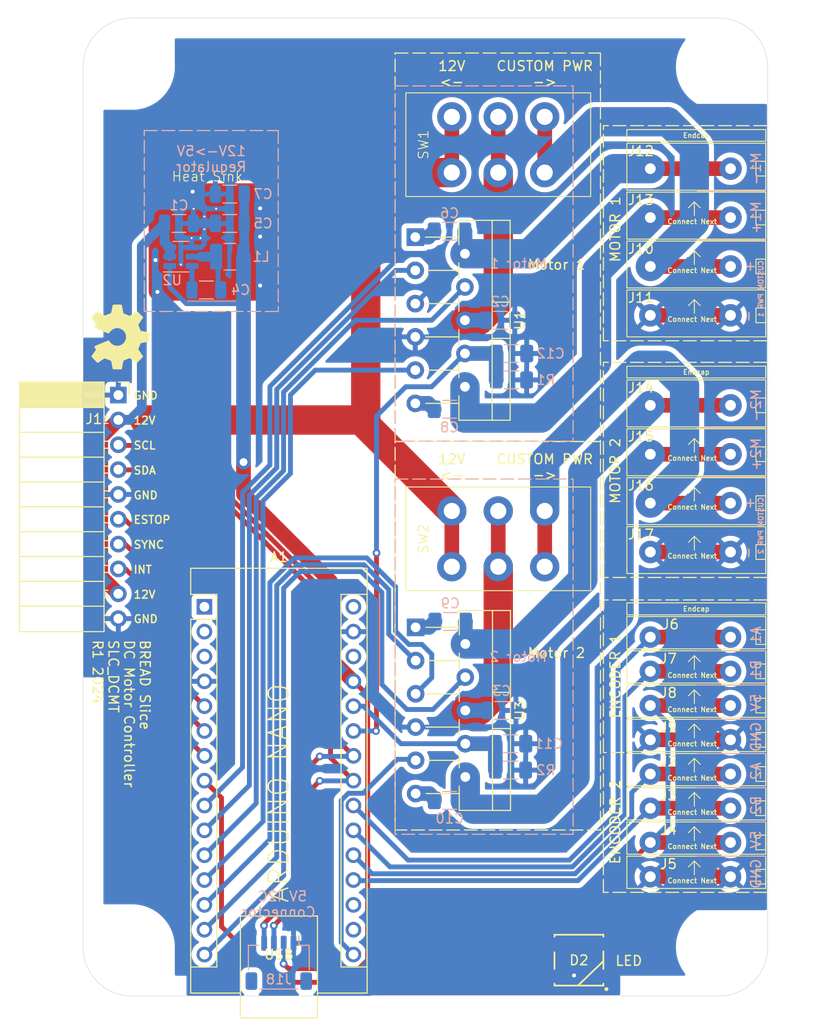
<source format=kicad_pcb>
(kicad_pcb (version 20221018) (generator pcbnew)
  (layers (0 "F.Cu" signal) (31 "B.Cu" signal) (34 "B.Paste" user) (35 "F.Paste" user) (36 "B.SilkS" user "B.Silkscreen") (37 "F.SilkS" user "F.Silkscreen") (38 "B.Mask" user) (39 "F.Mask" user) (44 "Edge.Cuts" user))
  (net 0 "")
  (net 3 "GND")
  (net 5 "+5V")
  (net 6 "/LED")
  (net 7 "/I2C_CLK")
  (net 8 "/I2C_DAT")
  (net 9 "/SYNC")
  (net 11 "/E_STOP")
  (net 14 "+12V")
  (net 15 "/INT")
  (net 16 "unconnected-(A1-VIN-Pad30)")
  (net 17 "Net-(U2-SW)")
  (net 18 "Net-(U2-BST)")
  (net 20 "Net-(SW1-B)")
  (net 21 "Net-(SW2-B)")
  (net 22 "Net-(U1-OUTPUT1)")
  (net 23 "Net-(U1-BOOTSTRAP1)")
  (net 24 "Net-(U1-BOOTSTRAP2)")
  (net 25 "Net-(U1-OUTPUT2)")
  (net 26 "Net-(U3-OUTPUT1)")
  (net 27 "Net-(U3-BOOTSTRAP1)")
  (net 28 "Net-(U3-BOOTSTRAP2)")
  (net 29 "Net-(U3-OUTPUT2)")
  (net 30 "/CSEN2")
  (net 31 "/CSEN1")
  (net 32 "/A2")
  (net 33 "/B2")
  (net 34 "/A1")
  (net 35 "/B1")
  (net 36 "/CUST1")
  (net 37 "/CUST2")
  (net 38 "/DIR1")
  (net 39 "/BR1")
  (net 40 "/MC1")
  (net 41 "/THRM1")
  (net 42 "/DIR2")
  (net 43 "/BR2")
  (net 44 "/MC2")
  (net 45 "/THRM2")
  (footprint "MountingHole:MountingHole_5mm" (layer "F.Cu") (at 127.6 44.8)
    (fp_text reference "H1")
    (fp_text value "MountingHole")
  )
  (footprint "MountingHole:MountingHole_5mm" (layer "F.Cu") (at 187.6 44.8)
    (fp_text reference "H2")
    (fp_text value "MountingHole")
  )
  (footprint "MountingHole:MountingHole_5mm" (layer "F.Cu") (at 127.6 134.8)
    (fp_text reference "H3")
    (fp_text value "MountingHole")
  )
  (footprint "MountingHole:MountingHole_5mm" (layer "F.Cu") (at 187.6 134.8)
    (fp_text reference "H4")
    (fp_text value "MountingHole")
  )
  (footprint "Module:Arduino_Nano" (layer "F.Cu") (at 135 100)
    (fp_text reference "A1")
    (fp_text value "Arduino_Nano_v3.x")
  )
  (footprint "Connector_PinSocket_2.54mm:PinSocket_1x10_P2.54mm_Horizontal" (layer "F.Cu") (at 126.2 78.35)
    (fp_text reference "J1")
    (fp_text value "Conn_01x10_Female")
  )
  (footprint "Symbol:OSHW-Symbol_6.7x6mm_SilkScreen" (layer "F.Cu") (at 126.4 72.4 -90)
    (fp_text reference "Logo1" hide)
    (fp_text value "Logo_Open_Hardware_Small" hide)
  )
  (footprint "Package_TO_SOT_THT:TO-220-11_P3.4x5.08mm_StaggerOdd_Lead4.85mm_Vertical" (layer "F.Cu") (at 156.6 102.1 -90)
    (fp_text reference "U3")
    (fp_text value "LMD18200")
  )
  (footprint "SparkFun-Connector:Term_PressFit_5mm_H_PC" (layer "F.Cu") (at 180.6 60.2)
    (fp_text reference "J13")
    (fp_text value "Term_PressFit_Phoenix_Contact")
  )
  (footprint "Package_TO_SOT_THT:TO-220-11_P3.4x5.08mm_StaggerOdd_Lead4.85mm_Vertical" (layer "F.Cu") (at 156.565 62.2 -90)
    (fp_text reference "U1")
    (fp_text value "LMD18200")
  )
  (footprint "SparkFun-Connector:Term_PressFit_5mm_H_ENDCAP_PC" (layer "F.Cu") (at 180.6 79.4)
    (fp_text reference "J14")
    (fp_text value "Term_PressFit_Phoenix_Contact")
  )
  (footprint "SparkFun-Connector:Term_PressFit_5mm_H_ENDCAP_PC" (layer "F.Cu") (at 180.6 55.2)
    (fp_text reference "J12")
    (fp_text value "Term_PressFit_Phoenix_Contact")
  )
  (footprint "SparkFun-Connector:Term_PressFit_3.5mm_H_PC" (layer "F.Cu") (at 180.6 110.1)
    (fp_text reference "J8")
    (fp_text value "Term_PressFit_Phoenix_Contact")
  )
  (footprint "SparkFun-Connector:Term_PressFit_3.5mm_H_PC" (layer "F.Cu") (at 180.6 124.1)
    (fp_text reference "J4")
    (fp_text value "Term_PressFit_Phoenix_Contact")
  )
  (footprint "SparkFun-Connector:Term_PressFit_3.5mm_H_PC" (layer "F.Cu") (at 180.6 120.6)
    (fp_text reference "J3")
    (fp_text value "Term_PressFit_Phoenix_Contact")
  )
  (footprint "SparkFun-Switch:L102011MS02Q" (layer "F.Cu") (at 160.3 95.9 90)
    (fp_text reference "SW2")
    (fp_text value "SW_SPDT")
  )
  (footprint "SparkFun-Connector:Term_PressFit_3.5mm_H_PC" (layer "F.Cu") (at 180.6 117.1)
    (fp_text reference "J2")
    (fp_text value "Term_PressFit_Phoenix_Contact")
  )
  (footprint "SparkFun-Connector:Term_PressFit_5mm_H_PC" (layer "F.Cu") (at 180.6 70.2)
    (fp_text reference "J11")
    (fp_text value "Term_PressFit_Phoenix_Contact")
  )
  (footprint "SparkFun-LED:WS2812-5050-4PIN" (layer "F.Cu") (at 173.3 136.132769)
    (fp_text reference "D2")
    (fp_text value "WS2812B_5050")
  )
  (footprint "SparkFun-Connector:Term_PressFit_3.5mm_H_ENDCAP_PC" (layer "F.Cu") (at 180.6 103.1)
    (fp_text reference "J6")
    (fp_text value "Term_PressFit_Phoenix_Contact")
  )
  (footprint "SparkFun-Connector:Term_PressFit_5mm_H_PC" (layer "F.Cu") (at 180.6 94.4)
    (fp_text reference "J17")
    (fp_text value "Term_PressFit_Phoenix_Contact")
  )
  (footprint "SparkFun-Connector:Term_PressFit_5mm_H_PC" (layer "F.Cu") (at 180.6 84.4)
    (fp_text reference "J15")
    (fp_text value "Term_PressFit_Phoenix_Contact")
  )
  (footprint "SparkFun-Connector:Term_PressFit_5mm_H_PC" (layer "F.Cu") (at 180.6 65.2)
    (fp_text reference "J10")
    (fp_text value "Term_PressFit_Phoenix_Contact")
  )
  (footprint "SparkFun-Fuse:Thermal Pad" (layer "F.Cu") (at 135.3 62.7)
    (fp_text reference "HS1")
    (fp_text value "Heatsink_Pad")
  )
  (footprint "SparkFun-Connector:Term_PressFit_5mm_H_PC" (layer "F.Cu") (at 180.6 89.4)
    (fp_text reference "J16")
    (fp_text value "Term_PressFit_Phoenix_Contact")
  )
  (footprint "SparkFun-Connector:Term_PressFit_3.5mm_H_PC" (layer "F.Cu") (at 180.6 113.6)
    (fp_text reference "J9")
    (fp_text value "Term_PressFit_Phoenix_Contact")
  )
  (footprint "SparkFun-Connector:Term_PressFit_3.5mm_H_PC" (layer "F.Cu") (at 180.6 106.6)
    (fp_text reference "J7")
    (fp_text value "Term_PressFit_Phoenix_Contact")
  )
  (footprint "SparkFun-Connector:Term_PressFit_3.5mm_H_PC" (layer "F.Cu") (at 180.6 127.6)
    (fp_text reference "J5")
    (fp_text value "Term_PressFit_Phoenix_Contact")
  )
  (footprint "SparkFun-Switch:L102011MS02Q" (layer "F.Cu") (at 160.3 55.6 90)
    (fp_text reference "SW1")
    (fp_text value "SW_SPDT")
  )
  (footprint "Capacitor_SMD:C_1206_3216Metric_Pad1.33x1.80mm_HandSolder" (layer "B.Cu") (at 160.065 61.6 180)
    (fp_text reference "C6")
    (fp_text value "10 nF")
  )
  (footprint "Capacitor_SMD:C_1206_3216Metric" (layer "B.Cu") (at 137.6 60.8)
    (fp_text reference "C5")
    (fp_text value "22uF")
  )
  (footprint "Package_TO_SOT_SMD:TSOT-23-6" (layer "B.Cu") (at 132.6 64.2)
    (fp_text reference "U2")
    (fp_text value "AP63205WU-7")
  )
  (footprint "Capacitor_SMD:C_1206_3216Metric" (layer "B.Cu") (at 137.6 57.8)
    (fp_text reference "C7")
    (fp_text value "22uF")
  )
  (footprint "Connector_JST:JST_SH_SM04B-SRSS-TB_1x04-1MP_P1.00mm_Horizontal" (layer "B.Cu") (at 142.61 136.4 180)
    (fp_text reference "J18")
    (fp_text value "I2C_01x04")
  )
  (footprint "Resistor_SMD:R_1206_3216Metric_Pad1.30x1.75mm_HandSolder" (layer "B.Cu") (at 166.4 76.8)
    (fp_text reference "R1")
    (fp_text value "4.42 k")
  )
  (footprint "Capacitor_SMD:C_1206_3216Metric_Pad1.33x1.80mm_HandSolder" (layer "B.Cu") (at 160.1425 101.5 180)
    (fp_text reference "C9")
    (fp_text value "10 nF")
  )
  (footprint "Inductor_SMD:L_1210_3225Metric" (layer "B.Cu") (at 137.6 64.2)
    (fp_text reference "L1")
    (fp_text value "4.7uH")
  )
  (footprint "Capacitor_SMD:C_1206_3216Metric" (layer "B.Cu") (at 132.4 60.8 180)
    (fp_text reference "C1")
    (fp_text value "22uF")
  )
  (footprint "Resistor_SMD:R_1206_3216Metric_Pad1.30x1.75mm_HandSolder" (layer "B.Cu") (at 166.3 116.7)
    (fp_text reference "R2")
    (fp_text value "4.42 k")
  )
  (footprint "Capacitor_SMD:C_1206_3216Metric_Pad1.33x1.80mm_HandSolder" (layer "B.Cu") (at 160.08 119.8)
    (fp_text reference "C10")
    (fp_text value "10 nF")
  )
  (footprint "Capacitor_SMD:C_1206_3216Metric" (layer "B.Cu") (at 165.38 110.6)
    (fp_text reference "C3")
    (fp_text value "10uF_t")
  )
  (footprint "Capacitor_SMD:C_1206_3216Metric_Pad1.33x1.80mm_HandSolder" (layer "B.Cu") (at 166.3 114)
    (fp_text reference "C11")
    (fp_text value "10 nF")
  )
  (footprint "Capacitor_SMD:C_1206_3216Metric" (layer "B.Cu") (at 165.265 70.7)
    (fp_text reference "C2")
    (fp_text value "10uF_t")
  )
  (footprint "Capacitor_SMD:C_1206_3216Metric" (layer "B.Cu") (at 135.2 67.6 180)
    (fp_text reference "C4")
    (fp_text value "100nF")
  )
  (footprint "Capacitor_SMD:C_1206_3216Metric_Pad1.33x1.80mm_HandSolder" (layer "B.Cu") (at 160.065 79.8)
    (fp_text reference "C8")
    (fp_text value "10 nF")
  )
  (footprint "Capacitor_SMD:C_1206_3216Metric_Pad1.33x1.80mm_HandSolder" (layer "B.Cu") (at 166.4 74.1)
    (fp_text reference "C12")
    (fp_text value "10 nF")
  )
  (gr_rect (start 154.5 86.93555) (end 172.7 123.26095) (stroke (width 0.12) (type dash)) (fill none) (layer "B.SilkS"))
  (gr_rect (start 154.5 46.73555) (end 172.7 83.06095) (stroke (width 0.12) (type dash)) (fill none) (layer "B.SilkS"))
  (gr_rect (start 128.85 51.3) (end 142.55 69.8) (stroke (width 0.12) (type dash)) (fill none) (layer "B.SilkS"))
  (gr_line (start 175.8 129.2) (end 175.8 99.3) (stroke (width 0.12) (type dash)) (layer "F.SilkS"))
  (gr_line (start 192.5 99.3) (end 175.8 99.3) (stroke (width 0.12) (type dash)) (layer "F.SilkS"))
  (gr_line (start 192.5 75) (end 175.8 75) (stroke (width 0.12) (type dash)) (layer "F.SilkS"))
  (gr_line (start 177.9 114.9) (end 175.8 114.9) (stroke (width 0.12) (type dash)) (layer "F.SilkS"))
  (gr_line (start 175.8 72.8) (end 175.8 50.8) (stroke (width 0.12) (type dash)) (layer "F.SilkS"))
  (gr_rect (start 154.5 83.1) (end 175.5 122.8254) (stroke (width 0.12) (type dash)) (fill none) (layer "F.SilkS"))
  (gr_line (start 192.5 50.8) (end 175.8 50.8) (stroke (width 0.12) (type dash)) (layer "F.SilkS"))
  (gr_rect (start 154.5 43.3746) (end 175.5 83.1) (stroke (width 0.12) (type dash)) (fill none) (layer "F.SilkS"))
  (gr_line (start 175.8 97) (end 175.8 75) (stroke (width 0.12) (type dash)) (layer "F.SilkS"))
  (gr_line (start 192.5 97) (end 175.8 97) (stroke (width 0.12) (type dash)) (layer "F.SilkS"))
  (gr_line (start 192.5 129.2) (end 175.8 129.2) (stroke (width 0.12) (type dash)) (layer "F.SilkS"))
  (gr_line (start 192.5 72.8) (end 175.8 72.8) (stroke (width 0.12) (type dash)) (layer "F.SilkS"))
  (gr_line (start 192.6 44.8) (end 192.6 94.8) (stroke (width 0.05)) (layer "Edge.Cuts"))
  (gr_arc (start 192.6 134.8) (mid 191.135534 138.335534) (end 187.6 139.8) (stroke (width 0.05)) (layer "Edge.Cuts"))
  (gr_arc (start 122.6 44.8) (mid 124.064466 41.264466) (end 127.6 39.8) (stroke (width 0.05)) (layer "Edge.Cuts"))
  (gr_line (start 192.6 94.8) (end 192.6 134.8) (stroke (width 0.05)) (layer "Edge.Cuts"))
  (gr_line (start 122.6 134.8) (end 122.6 44.8) (stroke (width 0.05)) (layer "Edge.Cuts"))
  (gr_line (start 127.6 39.8) (end 152.6 39.8) (stroke (width 0.05)) (layer "Edge.Cuts"))
  (gr_arc (start 127.6 139.8) (mid 124.064466 138.335534) (end 122.6 134.8) (stroke (width 0.05)) (layer "Edge.Cuts"))
  (gr_line (start 152.6 139.8) (end 187.6 139.8) (stroke (width 0.05)) (layer "Edge.Cuts"))
  (gr_line (start 127.6 139.8) (end 152.6 139.8) (stroke (width 0.05)) (layer "Edge.Cuts"))
  (gr_line (start 152.6 39.8) (end 187.6 39.8) (stroke (width 0.05)) (layer "Edge.Cuts"))
  (gr_arc (start 187.6 39.8) (mid 191.135534 41.264466) (end 192.6 44.8) (stroke (width 0.05)) (layer "Edge.Cuts"))
  (gr_text "CUSTOM PWR 1" (at 191.9 67.5 90) (layer "B.SilkS") (effects (font (size 0.5 0.5) (thickness 0.125)) (justify mirror)))
  (gr_text "A2" (at 191.4 116.8 90) (layer "B.SilkS") (effects (font (size 1 1)) (justify mirror)))
  (gr_text "-" (at 190.757 94.5 -90) (layer "B.SilkS") (effects (font (size 1 1)) (justify mirror)))
  (gr_text "B2" (at 191.4 120.3 90) (layer "B.SilkS") (effects (font (size 1 1)) (justify mirror)))
  (gr_text "A1" (at 191.4 102.9 90) (layer "B.SilkS") (effects (font (size 1 1)) (justify mirror)))
  (gr_text "-" (at 190.757 70.3 -90) (layer "B.SilkS") (effects (font (size 1 1)) (justify mirror)))
  (gr_text "5V" (at 191.4 109.8 90) (layer "B.SilkS") (effects (font (size 1 1)) (justify mirror)))
  (gr_text "+" (at 190.756999 65.2 90) (layer "B.SilkS") (effects (font (size 1 1)) (justify mirror)))
  (gr_text "5V" (at 191.4 123.8 90) (layer "B.SilkS") (effects (font (size 1 1)) (justify mirror)))
  (gr_text "12V->5V\nRegulator" (at 135.7 55.6) (layer "B.SilkS") (effects (font (size 1 1)) (justify bottom mirror)))
  (gr_text "Motor 1" (at 167.1 65.5) (layer "B.SilkS") (effects (font (size 1 1)) (justify bottom mirror)))
  (gr_text "GND" (at 191.4 127.3 90) (layer "B.SilkS") (effects (font (size 1 1)) (justify mirror)))
  (gr_text "GND" (at 191.4 113.3 90) (layer "B.SilkS") (effects (font (size 1 1)) (justify mirror)))
  (gr_text "M2-" (at 191.4 79.4 90) (layer "B.SilkS") (effects (font (size 1 1)) (justify mirror)))
  (gr_text "5V I2C \nConnector" (at 142.6 131.8) (layer "B.SilkS") (effects (font (size 1 1)) (justify bottom mirror)))
  (gr_text "M1-" (at 191.4 55.2 90) (layer "B.SilkS") (effects (font (size 1 1)) (justify mirror)))
  (gr_text "B1" (at 191.4 106.4 90) (layer "B.SilkS") (effects (font (size 1 1)) (justify mirror)))
  (gr_text "Motor 2" (at 167.1 105.7) (layer "B.SilkS") (effects (font (size 1 1)) (justify bottom mirror)))
  (gr_text "+" (at 190.756999 89.4 90) (layer "B.SilkS") (effects (font (size 1 1)) (justify mirror)))
  (gr_text "M2+" (at 191.4 84.4 90) (layer "B.SilkS") (effects (font (size 1 1)) (justify mirror)))
  (gr_text "M1+" (at 191.4 60.2 90) (layer "B.SilkS") (effects (font (size 1 1)) (justify mirror)))
  (gr_text "CUSTOM PWR 2" (at 191.9 91.7 90) (layer "B.SilkS") (effects (font (size 0.5 0.5) (thickness 0.125)) (justify mirror)))
  (gr_text "Motor 1" (at 171 65.6) (layer "F.SilkS") (effects (font (size 1 1)) (justify bottom)))
  (gr_text "GND" (at 129 88.6) (layer "F.SilkS") (effects (font (size 0.8 0.8))))
  (gr_text "ENCODER 2" (at 177.6 122 90) (layer "F.SilkS") (effects (font (size 1 1)) (justify bottom)))
  (gr_text "CUSTOM PWR\n->" (at 169.8 46.9) (layer "F.SilkS") (effects (font (size 1 1)) (justify bottom)))
  (gr_text "MOTOR 1" (at 177.6 61.4 90) (layer "F.SilkS") (effects (font (size 1 1)) (justify bottom)))
  (gr_text "12V" (at 128.885715 98.75) (layer "F.SilkS") (effects (font (size 0.8 0.8))))
  (gr_text "SYNC" (at 129.32381 93.65) (layer "F.SilkS") (effects (font (size 0.8 0.8))))
  (gr_text "GND" (at 129 101.25) (layer "F.SilkS") (effects (font (size 0.8 0.8))))
  (gr_text "BREAD Slice\nDC Motor Controller\nSLC_DCMT\nR1 2024" (at 126.5 103.3 270) (layer "F.SilkS") (effects (font (size 1 1)) (justify left)))
  (gr_text "12V\n<-" (at 160.3 87.1) (layer "F.SilkS") (effects (font (size 1 1)) (justify bottom)))
  (gr_text "GND" (at 129 78.4) (layer "F.SilkS") (effects (font (size 0.8 0.8))))
  (gr_text "Motor 2" (at 171 105.30175) (layer "F.SilkS") (effects (font (size 1 1)) (justify bottom)))
  (gr_text "ESTOP" (at 129.647619 91.1) (layer "F.SilkS") (effects (font (size 0.8 0.8))))
  (gr_text "INT" (at 128.695238 96.2) (layer "F.SilkS") (effects (font (size 0.8 0.8))))
  (gr_text "SDA" (at 128.904762 86.05) (layer "F.SilkS") (effects (font (size 0.8 0.8))))
  (gr_text "SCL" (at 128.885715 83.5) (layer "F.SilkS") (effects (font (size 0.8 0.8))))
  (gr_text "12V\n<-" (at 160.3 46.9) (layer "F.SilkS") (effects (font (size 1 1)) (justify bottom)))
  (gr_text locked "ARDUINO NANO" (at 142.61 119.05 90) (layer "F.SilkS") (effects (font (size 2 2))))
  (gr_text "CUSTOM PWR\n->" (at 169.8 87.1) (layer "F.SilkS") (effects (font (size 1 1)) (justify bottom)))
  (gr_text "MOTOR 2" (at 177.6 86.1 90) (layer "F.SilkS") (effects (font (size 1 1)) (justify bottom)))
  (gr_text "12V" (at 128.885715 80.95) (layer "F.SilkS") (effects (font (size 0.8 0.8))))
  (gr_text "ENCODER 1" (at 177.6 107.1 90) (layer "F.SilkS") (effects (font (size 1 1)) (justify bottom)))
  (gr_text locked "LED" (at 178.4 136.2) (layer "F.SilkS") (effects (font (size 1 1))))
  (segment (start 188.8 113.6) (end 180.6 113.6) (width 1.5) (layer "F.Cu") (net 3))
  (segment (start 188.8 94.4) (end 180.6 94.4) (width 1.5) (layer "F.Cu") (net 3))
  (segment (start 188.8 70.2) (end 180.6 70.2) (width 1.5) (layer "F.Cu") (net 3))
  (segment (start 172.8 137.7) (end 172.832769 137.732769) (width 0.5) (layer "F.Cu") (net 3))
  (segment (start 180.6 127.6) (end 188.8 127.6) (width 1.5) (layer "F.Cu") (net 3))
  (segment (start 172.832769 137.732769) (end 175.877 137.732769) (width 0.5) (layer "F.Cu") (net 3))
  (via (at 133.8 57.55) (size 0.8) (drill 0.4) (layers "F.Cu" "B.Cu") (net 3))
  (via (at 140.7 62.15) (size 0.8) (drill 0.4) (layers "F.Cu" "B.Cu") (net 3))
  (via (at 134.6 62.3) (size 0.5) (drill 0.2) (layers "F.Cu" "B.Cu") (net 3))
  (via (at 140.7 59.25) (size 0.8) (drill 0.4) (layers "F.Cu" "B.Cu") (net 3))
  (via (at 130.2 67.8) (size 0.8) (drill 0.4) (layers "F.Cu" "B.Cu") (net 3))
  (via (at 135 60.1) (size 0.5) (drill 0.2) (layers "F.Cu" "B.Cu") (net 3))
  (via (at 172.8 137.7) (size 0.8) (drill 0.4) (layers "F.Cu" "B.Cu") (net 3))
  (via (at 133.7 62.3) (size 0.5) (drill 0.2) (layers "F.Cu" "B.Cu") (net 3))
  (via (at 136.2 59.3) (size 0.5) (drill 0.2) (layers "F.Cu" "B.Cu") (net 3))
  (via (at 132.6 65) (size 0.5) (drill 0.2) (layers "F.Cu" "B.Cu") (net 3))
  (via (at 140.7 67.15) (size 0.8) (drill 0.4) (layers "F.Cu" "B.Cu") (net 3))
  (via (at 130 64.55) (size 0.8) (drill 0.4) (layers "F.Cu" "B.Cu") (net 3))
  (via (at 135 61.4) (size 0.5) (drill 0.2) (layers "F.Cu" "B.Cu") (net 3))
  (via (at 133.9 59.3) (size 0.5) (drill 0.2) (layers "F.Cu" "B.Cu") (net 3))
  (segment (start 136.125 60.8) (end 133.875 60.8) (width 1) (layer "B.Cu") (net 3))
  (segment (start 133.7 63.2125) (end 133.7375 63.25) (width 0.5) (layer "B.Cu") (net 3))
  (segment (start 132.6 63.3) (end 132.6 65) (width 0.5) (layer "B.Cu") (net 3))
  (segment (start 136.2 59.3) (end 135.3 59.3) (width 0.5) (layer "B.Cu") (net 3))
  (segment (start 132.6 62.6) (end 132.6 63.3) (width 0.5) (layer "B.Cu") (net 3))
  (segment (start 135 61.9) (end 134.6 62.3) (width 0.5) (layer "B.Cu") (net 3))
  (segment (start 135 60.1) (end 135 61.4) (width 0.5) (layer "B.Cu") (net 3))
  (segment (start 133.7375 63.25) (end 132.65 63.25) (width 0.5) (layer "B.Cu") (net 3))
  (segment (start 134.6 62.3) (end 133.7 62.3) (width 0.5) (layer "B.Cu") (net 3))
  (segment (start 132.9 62.3) (end 132.6 62.6) (width 0.5) (layer "B.Cu") (net 3))
  (segment (start 133.7 62.3) (end 133.7 63.2125) (width 0.5) (layer "B.Cu") (net 3))
  (segment (start 135 61.4) (end 135 61.9) (width 0.5) (layer "B.Cu") (net 3))
  (segment (start 132.65 63.25) (end 132.6 63.3) (width 0.5) (layer "B.Cu") (net 3))
  (segment (start 135.3 59.3) (end 136.8 59.3) (width 0.5) (layer "B.Cu") (net 3))
  (segment (start 136.8 59.3) (end 137.1 59.3) (width 0.5) (layer "B.Cu") (net 3))
  (segment (start 135 62.9) (end 135 61.4) (width 0.5) (layer "B.Cu") (net 3))
  (segment (start 133.7375 63.25) (end 134.65 63.25) (width 0.5) (layer "B.Cu") (net 3))
  (segment (start 134.65 63.25) (end 135 62.9) (width 0.5) (layer "B.Cu") (net 3))
  (segment (start 133.7 62.3) (end 132.9 62.3) (width 0.5) (layer "B.Cu") (net 3))
  (segment (start 150.22 107.62) (end 150.24 107.62) (width 1.5) (layer "F.Cu") (net 5))
  (segment (start 143.6 137) (end 150.8 137) (width 0.5) (layer "F.Cu") (net 5))
  (segment (start 139 88.5) (end 147.9 97.4) (width 1.5) (layer "F.Cu") (net 5))
  (segment (start 180.6 124.1) (end 188.8 124.1) (width 1.5) (layer "F.Cu") (net 5))
  (segment (start 151.7 136.1) (end 151.7 130.5) (width 0.5) (layer "F.Cu") (net 5))
  (segment (start 147.9 105.3) (end 150.22 107.62) (width 1.5) (layer "F.Cu") (net 5))
  (segment (start 150.27 107.62) (end 151.7 109.05) (width 0.5) (layer "F.Cu") (net 5))
  (segment (start 139 85.2) (end 139 88.5) (width 1.5) (layer "F.Cu") (net 5))
  (segment (start 180.6 110.1) (end 188.8 110.1) (width 1.5) (layer "F.Cu") (net 5))
  (segment (start 170.723 133.977) (end 170.723 134.532769) (width 0.5) (layer "F.Cu") (net 5))
  (segment (start 147.9 97.4) (end 147.9 105.3) (width 1.5) (layer "F.Cu") (net 5))
  (segment (start 151.7 130.5) (end 151.7 131.9) (width 0.5) (layer "F.Cu") (net 5))
  (segment (start 154.332769 134.532769) (end 170.723 134.532769) (width 0.5) (layer "F.Cu") (net 5))
  (segment (start 150.8 137) (end 151.7 136.1) (width 0.5) (layer "F.Cu") (net 5))
  (segment (start 150.24 107.62) (end 150.27 107.62) (width 0.5) (layer "F.Cu") (net 5))
  (segment (start 151.7 109.05) (end 151.7 130.5) (width 0.5) (layer "F.Cu") (net 5))
  (segment (start 180.6 124.1) (end 170.723 133.977) (width 0.5) (layer "F.Cu") (net 5))
  (segment (start 143.1 136.5) (end 143.6 137) (width 0.5) (layer "F.Cu") (net 5))
  (segment (start 151.7 131.9) (end 154.332769 134.532769) (width 0.5) (layer "F.Cu") (net 5))
  (via (at 139 85.2) (size 1.5) (drill 0.8) (layers "F.Cu" "B.Cu") (net 5))
  (via (at 143.1 136.5) (size 0.8) (drill 0.4) (layers "F.Cu" "B.Cu") (net 5))
  (segment (start 143.1 134.41) (end 143.11 134.4) (width 0.5) (layer "B.Cu") (net 5))
  (segment (start 180.6 110.1) (end 182.4 111.9) (width 0.5) (layer "B.Cu") (net 5))
  (segment (start 139 69) (end 139 64.2) (width 1.5) (layer "B.Cu") (net 5))
  (segment (start 131.4625 67.309378) (end 133.153122 69) (width 0.5) (layer "B.Cu") (net 5))
  (segment (start 133.153122 69) (end 139 69) (width 0.5) (layer "B.Cu") (net 5))
  (segment (start 139 85.2) (end 139 69) (width 1.5) (layer "B.Cu") (net 5))
  (segment (start 182.4 122.3) (end 180.6 124.1) (width 0.5) (layer "B.Cu") (net 5))
  (segment (start 139.075 64.125) (end 139 64.2) (width 1) (layer "B.Cu") (net 5))
  (segment (start 139.075 57.8) (end 139.075 64.125) (width 1) (layer "B.Cu") (net 5))
  (segment (start 143.1 136.5) (end 143.1 134.41) (width 0.5) (layer "B.Cu") (net 5))
  (segment (start 150.42 107.8) (end 150.24 107.62) (width 0.5) (layer "B.Cu") (net 5))
  (segment (start 131.4625 65.15) (end 131.4625 67.309378) (width 0.5) (layer "B.Cu") (net 5))
  (segment (start 182.4 111.9) (end 182.4 122.3) (width 0.5) (layer "B.Cu") (net 5))
  (segment (start 136.75 119.53) (end 136.75 132.7) (width 0.5) (layer "F.Cu") (net 6))
  (segment (start 167.8575 138.4) (end 170.0575 136.2) (width 0.5) (layer "F.Cu") (net 6))
  (segment (start 135 117.78) (end 136.75 119.53) (width 0.5) (layer "F.Cu") (net 6))
  (segment (start 174.209769 136.2) (end 175.877 134.532769) (width 0.5) (layer "F.Cu") (net 6))
  (segment (start 170.0575 136.2) (end 174.209769 136.2) (width 0.5) (layer "F.Cu") (net 6))
  (segment (start 142.45 138.4) (end 167.8575 138.4) (width 0.5) (layer "F.Cu") (net 6))
  (segment (start 136.75 132.7) (end 142.45 138.4) (width 0.5) (layer "F.Cu") (net 6))
  (segment (start 148.6 107.697056) (end 146.7 105.797056) (width 0.5) (layer "F.Cu") (net 7))
  (segment (start 141.1 132.397918) (end 144.1 129.397918) (width 0.5) (layer "F.Cu") (net 7))
  (segment (start 144.1 118) (end 146.8 115.3) (width 0.5) (layer "F.Cu") (net 7))
  (segment (start 126.27 83.5) (end 126.2 83.43) (width 0.5) (layer "F.Cu") (net 7))
  (segment (start 148.6 113.6) (end 148.6 107.697056) (width 0.5) (layer "F.Cu") (net 7))
  (segment (start 146.7 97.9) (end 132.3 83.5) (width 0.5) (layer "F.Cu") (net 7))
  (segment (start 150.24 115.24) (end 148.6 113.6) (width 0.5) (layer "F.Cu") (net 7))
  (segment (start 132.3 83.5) (end 126.27 83.5) (width 0.5) (layer "F.Cu") (net 7))
  (segment (start 141.1 132.6) (end 141.1 132.397918) (width 0.5) (layer "F.Cu") (net 7))
  (segment (start 146.7 105.797056) (end 146.7 97.9) (width 0.5) (layer "F.Cu") (net 7))
  (segment (start 144.1 129.397918) (end 144.1 118) (width 0.5) (layer "F.Cu") (net 7))
  (via (at 146.8 115.3) (size 0.8) (drill 0.4) (layers "F.Cu" "B.Cu") (net 7))
  (via (at 141.1 132.6) (size 0.8) (drill 0.4) (layers "F.Cu" "B.Cu") (net 7))
  (segment (start 141.11 132.61) (end 141.1 132.6) (width 0.5) (layer "B.Cu") (net 7))
  (segment (start 150.18 115.3) (end 150.24 115.24) (width 0.5) (layer "B.Cu") (net 7))
  (segment (start 146.8 115.3) (end 150.18 115.3) (width 0.5) (layer "B.Cu") (net 7))
  (segment (start 141.11 134.4) (end 141.11 132.61) (width 0.5) (layer "B.Cu") (net 7))
  (segment (start 146 106.087005) (end 146 98.18995) (width 0.5) (layer "F.Cu") (net 8))
  (segment (start 146 98.18995) (end 133.81005 86) (width 0.5) (layer "F.Cu") (net 8))
  (segment (start 150.24 117.78) (end 147.9 115.44) (width 0.5) (layer "F.Cu") (net 8))
  (segment (start 147.9 107.987006) (end 146 106.087005) (width 0.5) (layer "F.Cu") (net 8))
  (segment (start 142.1 132.6) (end 144.8 129.9) (width 0.5) (layer "F.Cu") (net 8))
  (segment (start 147.9 115.44) (end 147.9 107.987006) (width 0.5) (layer "F.Cu") (net 8))
  (segment (start 126.23 86) (end 126.2 85.97) (width 0.5) (layer "F.Cu") (net 8))
  (segment (start 144.8 129.9) (end 144.8 119.8) (width 0.5) (layer "F.Cu") (net 8))
  (segment (start 133.81005 86) (end 126.23 86) (width 0.5) (layer "F.Cu") (net 8))
  (segment (start 144.8 119.8) (end 146.8 117.8) (width 0.5) (layer "F.Cu") (net 8))
  (via (at 142.1 132.6) (size 0.8) (drill 0.4) (layers "F.Cu" "B.Cu") (net 8))
  (via (at 146.8 117.8) (size 0.8) (drill 0.4) (layers "F.Cu" "B.Cu") (net 8))
  (segment (start 146.8 117.8) (end 150.22 117.8) (width 0.5) (layer "B.Cu") (net 8))
  (segment (start 142.11 134.4) (end 142.11 132.61) (width 0.5) (layer "B.Cu") (net 8))
  (segment (start 150.22 117.8) (end 150.24 117.78) (width 0.5) (layer "B.Cu") (net 8))
  (segment (start 142.11 132.61) (end 142.1 132.6) (width 0.5) (layer "B.Cu") (net 8))
  (segment (start 128.4 97.6) (end 128.4 108.64) (width 0.5) (layer "F.Cu") (net 9))
  (segment (start 128.4 108.64) (end 135 115.24) (width 0.5) (layer "F.Cu") (net 9))
  (segment (start 126.93 96.13) (end 128.4 97.6) (width 0.5) (layer "F.Cu") (net 9))
  (segment (start 126.2 96.13) (end 126.93 96.13) (width 0.5) (layer "F.Cu") (net 9))
  (segment (start 129.8 94) (end 129.8 104.96) (width 0.5) (layer "F.Cu") (net 11))
  (segment (start 129.8 104.96) (end 135 110.16) (width 0.5) (layer "F.Cu") (net 11))
  (segment (start 126.85 91.05) (end 129.8 94) (width 0.5) (layer "F.Cu") (net 11))
  (segment (start 126.2 91.05) (end 126.85 91.05) (width 0.5) (layer "F.Cu") (net 11))
  (segment (start 126.2 80.89) (end 128.89 80.89) (width 1) (layer "F.Cu") (net 14))
  (segment (start 153.5 83.4) (end 151.5 81.4) (width 3) (layer "F.Cu") (net 14))
  (segment (start 151.5 81.4) (end 151.5 60.9) (width 3) (layer "F.Cu") (net 14))
  (segment (start 151 80.9) (end 128.9 80.9) (width 3) (layer "F.Cu") (net 14))
  (segment (start 160.3 49.9) (end 160.3 55.6) (width 1.5) (layer "F.Cu") (net 14))
  (segment (start 160.3 90.2) (end 151 80.9) (width 3) (layer "F.Cu") (net 14))
  (segment (start 124.4 82.684415) (end 126.194415 80.89) (width 1.5) (layer "F.Cu") (net 14))
  (segment (start 151.5 60.9) (end 156.8 55.6) (width 3) (layer "F.Cu") (net 14))
  (segment (start 125.46 97.93) (end 125.454415 97.93) (width 1.5) (layer "F.Cu") (net 14))
  (segment (start 125.454415 97.93) (end 124.4 96.875585) (width 1.5) (layer "F.Cu") (net 14))
  (segment (start 156.8 55.6) (end 160.3 55.6) (width 3) (layer "F.Cu") (net 14))
  (segment (start 126.2 98.67) (end 125.46 97.93) (width 1.5) (layer "F.Cu") (net 14))
  (segment (start 128.89 80.89) (end 128.9 80.9) (width 1) (layer "F.Cu") (net 14))
  (segment (start 124.4 96.875585) (end 124.4 82.684415) (width 1.5) (layer "F.Cu") (net 14))
  (segment (start 160.3 90.2) (end 160.3 95.9) (width 1.5) (layer "F.Cu") (net 14))
  (segment (start 126.2 80.89) (end 127.402081 80.89) (width 1) (layer "B.Cu") (net 14))
  (segment (start 131.4625 63.25) (end 131.4625 64.15) (width 1) (layer "B.Cu") (net 14))
  (segment (start 130.925 62.7125) (end 131.4625 63.25) (width 1) (layer "B.Cu") (net 14))
  (segment (start 128.6 79.692081) (end 128.6 63.125) (width 1) (layer "B.Cu") (net 14))
  (segment (start 130.925 60.8) (end 130.925 62.7125) (width 1) (layer "B.Cu") (net 14))
  (segment (start 127.402081 80.89) (end 128.6 79.692081) (width 1) (layer "B.Cu") (net 14))
  (segment (start 126.2 80.89) (end 126.194415 80.895585) (width 1.5) (layer "B.Cu") (net 14))
  (segment (start 128.6 63.125) (end 130.925 60.8) (width 1) (layer "B.Cu") (net 14))
  (segment (start 129.1 95.8) (end 129.1 106.8) (width 0.5) (layer "F.Cu") (net 15))
  (segment (start 126.89 93.59) (end 129.1 95.8) (width 0.5) (layer "F.Cu") (net 15))
  (segment (start 126.2 93.59) (end 126.89 93.59) (width 0.5) (layer "F.Cu") (net 15))
  (segment (start 129.1 106.8) (end 135 112.7) (width 0.5) (layer "F.Cu") (net 15))
  (segment (start 150.257 100.017) (end 150.24 100) (width 1.5) (layer "B.Cu") (net 16))
  (segment (start 136.4 67.325) (end 136.4 64.4) (width 0.5) (layer "B.Cu") (net 17))
  (segment (start 136.4 64.4) (end 136.2 64.2) (width 0.5) (layer "B.Cu") (net 17))
  (segment (start 136.2 64.2) (end 134.656238 64.2) (width 1) (layer "B.Cu") (net 17))
  (segment (start 136.675 67.6) (end 136.4 67.325) (width 0.5) (layer "B.Cu") (net 17))
  (segment (start 133.725 65.1625) (end 133.7375 65.15) (width 0.5) (layer "B.Cu") (net 18))
  (segment (start 133.725 67.6) (end 133.725 65.1625) (width 0.5) (layer "B.Cu") (net 18))
  (segment (start 165.05 49.9) (end 165.05 55.6) (width 1.5) (layer "F.Cu") (net 20))
  (segment (start 163.1 70.7) (end 161.645 70.7) (width 3) (layer "F.Cu") (net 20))
  (segment (start 165.05 55.6) (end 165.05 68.75) (width 3) (layer "F.Cu") (net 20))
  (segment (start 165.05 68.75) (end 163.1 70.7) (width 3) (layer "F.Cu") (net 20))
  (segment (start 163.79 70.7) (end 161.645 70.7) (width 1.5) (layer "B.Cu") (net 20))
  (segment (start 165.05 90.2) (end 165.05 95.9) (width 1.5) (layer "F.Cu") (net 21))
  (segment (start 165.05 108.65) (end 163.1 110.6) (width 3) (layer "F.Cu") (net 21))
  (segment (start 163.1 110.6) (end 161.68 110.6) (width 3) (layer "F.Cu") (net 21))
  (segment (start 165.05 95.9) (end 165.05 108.65) (width 3) (layer "F.Cu") (net 21))
  (segment (start 161.68 110.6) (end 163.905 110.6) (width 1.5) (layer "B.Cu") (net 21))
  (segment (start 180.6 55.2) (end 188.8 55.2) (width 1.5) (layer "F.Cu") (net 22))
  (segment (start 161.645 63.9) (end 168.2 63.9) (width 3) (layer "B.Cu") (net 22))
  (segment (start 168.2 63.9) (end 176.9 55.2) (width 3) (layer "B.Cu") (net 22))
  (segment (start 161.6275 63.8825) (end 161.6275 61.6) (width 1.5) (layer "B.Cu") (net 22))
  (segment (start 161.645 63.9) (end 161.645 61.6175) (width 1.5) (layer "B.Cu") (net 22))
  (segment (start 161.645 63.9) (end 161.6275 63.8825) (width 1.5) (layer "B.Cu") (net 22))
  (segment (start 161.645 61.6175) (end 161.6275 61.6) (width 1.5) (layer "B.Cu") (net 22))
  (segment (start 176.9 55.2) (end 180.6 55.2) (width 3) (layer "B.Cu") (net 22))
  (segment (start 157.9025 62.2) (end 156.565 62.2) (width 1.5) (layer "B.Cu") (net 23))
  (segment (start 158.5025 61.6) (end 157.9025 62.2) (width 1.5) (layer "B.Cu") (net 23))
  (segment (start 158.5025 79.8) (end 157.9025 79.2) (width 1.5) (layer "B.Cu") (net 24))
  (segment (start 157.9025 79.2) (end 156.565 79.2) (width 1.5) (layer "B.Cu") (net 24))
  (segment (start 188.8 60.2) (end 180.6 60.2) (width 1.5) (layer "F.Cu") (net 25))
  (segment (start 175.1 75) (end 169.4 80.7) (width 3) (layer "B.Cu") (net 25))
  (segment (start 161.645 77.5) (end 161.645 79.7825) (width 1.5) (layer "B.Cu") (net 25))
  (segment (start 175.1 65.7) (end 175.1 75) (width 3) (layer "B.Cu") (net 25))
  (segment (start 180.6 60.2) (end 175.1 65.7) (width 3) (layer "B.Cu") (net 25))
  (segment (start 161.645 80.7) (end 161.645 77.5) (width 3) (layer "B.Cu") (net 25))
  (segment (start 169.4 80.7) (end 161.645 80.7) (width 3) (layer "B.Cu") (net 25))
  (segment (start 161.645 79.7825) (end 161.6275 79.8) (width 1.5) (layer "B.Cu") (net 25))
  (segment (start 180.6 79.4) (end 188.8 79.4) (width 1.5) (layer "F.Cu") (net 26))
  (segment (start 173.7 97.2) (end 173.7 86.3) (width 3) (layer "B.Cu") (net 26))
  (segment (start 161.68 103.8) (end 167.1 103.8) (width 3) (layer "B.Cu") (net 26))
  (segment (start 161.68 103.8) (end 161.68 101.525) (width 1.5) (layer "B.Cu") (net 26))
  (segment (start 161.68 101.525) (end 161.705 101.5) (width 1.5) (layer "B.Cu") (net 26))
  (segment (start 167.1 103.8) (end 173.7 97.2) (width 3) (layer "B.Cu") (net 26))
  (segment (start 173.7 86.3) (end 180.6 79.4) (width 3) (layer "B.Cu") (net 26))
  (segment (start 156.6 102.1) (end 157.98 102.1) (width 1.5) (layer "B.Cu") (net 27))
  (segment (start 157.98 102.1) (end 158.58 101.5) (width 1.5) (layer "B.Cu") (net 27))
  (segment (start 158.5175 119.8) (end 158.5175 119.6175) (width 1.5) (layer "B.Cu") (net 28))
  (segment (start 158 119.1) (end 156.6 119.1) (width 1.5) (layer "B.Cu") (net 28))
  (segment (start 158.5175 119.6175) (end 158 119.1) (width 1.5) (layer "B.Cu") (net 28))
  (segment (start 188.8 84.4) (end 180.6 84.4) (width 1.5) (layer "F.Cu") (net 29))
  (segment (start 177.4 87.6) (end 177.4 100.8) (width 3) (layer "B.Cu") (net 29))
  (segment (start 161.68 119.8375) (end 161.68 117.4) (width 3) (layer "B.Cu") (net 29))
  (segment (start 172.9 117.4) (end 169.6 120.7) (width 3) (layer "B.Cu") (net 29))
  (segment (start 169.6 120.7) (end 162.5425 120.7) (width 3) (layer "B.Cu") (net 29))
  (segment (start 161.68 117.4) (end 161.68 119.7625) (width 1.5) (layer "B.Cu") (net 29))
  (segment (start 172.9 105.3) (end 172.9 117.4) (width 3) (layer "B.Cu") (net 29))
  (segment (start 161.68 119.7625) (end 161.6425 119.8) (width 1.5) (layer "B.Cu") (net 29))
  (segment (start 162.5425 120.7) (end 161.68 119.8375) (width 3) (layer "B.Cu") (net 29))
  (segment (start 177.4 100.8) (end 172.9 105.3) (width 3) (layer "B.Cu") (net 29))
  (segment (start 180.6 84.4) (end 177.4 87.6) (width 3) (layer "B.Cu") (net 29))
  (segment (start 161.68 114) (end 164.7375 114) (width 1.5) (layer "B.Cu") (net 30))
  (segment (start 164.75 114.0125) (end 164.75 116.7) (width 1.5) (layer "B.Cu") (net 30))
  (segment (start 155.1 114) (end 161.68 114) (width 0.5) (layer "B.Cu") (net 30))
  (segment (start 161.58 113.9) (end 161.68 114) (width 0.5) (layer "B.Cu") (net 30))
  (segment (start 164.7375 114) (end 164.75 114.0125) (width 0.5) (layer "B.Cu") (net 30))
  (segment (start 150.24 110.16) (end 151.26 110.16) (width 0.5) (layer "B.Cu") (net 30))
  (segment (start 151.26 110.16) (end 155.1 114) (width 0.5) (layer "B.Cu") (net 30))
  (segment (start 152.6 94.5) (end 152.6 112.6495) (width 0.5) (layer "F.Cu") (net 31))
  (segment (start 152.6 112.6495) (end 152.5495 112.7) (width 0.5) (layer "F.Cu") (net 31))
  (via (at 152.6 94.5) (size 0.8) (drill 0.4) (layers "F.Cu" "B.Cu") (net 31))
  (via (at 152.5495 112.7) (size 0.8) (drill 0.4) (layers "F.Cu" "B.Cu") (net 31))
  (segment (start 155.6 77.5) (end 158.245 77.5) (width 0.5) (layer "B.Cu") (net 31))
  (segment (start 152.6 80.5) (end 155.6 77.5) (width 0.5) (layer "B.Cu") (net 31))
  (segment (start 158.245 77.5) (end 161.645 74.1) (width 0.5) (layer "B.Cu") (net 31))
  (segment (start 164.8375 76.7875) (end 164.85 76.8) (width 1.5) (layer "B.Cu") (net 31))
  (segment (start 152.5495 112.7) (end 150.24 112.7) (width 0.5) (layer "B.Cu") (net 31))
  (segment (start 164.8375 74.1) (end 164.8375 76.7875) (width 1.5) (layer "B.Cu") (net 31))
  (segment (start 152.6 94.5) (end 152.6 80.5) (width 0.5) (layer "B.Cu") (net 31))
  (segment (start 161.645 74.1) (end 164.8375 74.1) (width 1.5) (layer "B.Cu") (net 31))
  (segment (start 180.6 117.1) (end 188.8 117.1) (width 1.5) (layer "F.Cu") (net 32))
  (segment (start 150.24 125.4) (end 152.14 127.3) (width 0.5) (layer "B.Cu") (net 32))
  (segment (start 178.7 121.51005) (end 178.7 119) (width 0.5) (layer "B.Cu") (net 32))
  (segment (start 172.91005 127.3) (end 178.7 121.51005) (width 0.5) (layer "B.Cu") (net 32))
  (segment (start 152.14 127.3) (end 172.91005 127.3) (width 0.5) (layer "B.Cu") (net 32))
  (segment (start 178.7 119) (end 180.6 117.1) (width 0.5) (layer "B.Cu") (net 32))
  (segment (start 188.8 120.6) (end 180.6 120.6) (width 1.5) (layer "F.Cu") (net 33))
  (segment (start 150.3 128) (end 150.24 127.94) (width 0.5) (layer "B.Cu") (net 33))
  (segment (start 180.6 120.6) (end 173.2 128) (width 0.5) (layer "B.Cu") (net 33))
  (segment (start 173.2 128) (end 150.3 128) (width 0.5) (layer "B.Cu") (net 33))
  (segment (start 180.6 103.1) (end 188.8 103.1) (width 1.5) (layer "F.Cu") (net 34))
  (segment (start 177.3 106.4) (end 180.6 103.1) (width 0.5) (layer "B.Cu") (net 34))
  (segment (start 155.82 125.9) (end 172.33015 125.9) (width 0.5) (layer "B.Cu") (net 34))
  (segment (start 172.33015 125.9) (end 177.3 120.93015) (width 0.5) (layer "B.Cu") (net 34))
  (segment (start 177.3 120.93015) (end 177.3 106.4) (width 0.5) (layer "B.Cu") (net 34))
  (segment (start 150.24 120.32) (end 155.82 125.9) (width 0.5) (layer "B.Cu") (net 34))
  (segment (start 180.6 106.6) (end 188.8 106.6) (width 1.5) (layer "F.Cu") (net 35))
  (segment (start 153.98 126.6) (end 150.24 122.86) (width 0.5) (layer "B.Cu") (net 35))
  (segment (start 178 109.2) (end 178 121.2201) (width 0.5) (layer "B.Cu") (net 35))
  (segment (start 178 121.2201) (end 172.6201 126.6) (width 0.5) (layer "B.Cu") (net 35))
  (segment (start 172.6201 126.6) (end 153.98 126.6) (width 0.5) (layer "B.Cu") (net 35))
  (segment (start 180.6 106.6) (end 178 109.2) (width 0.5) (layer "B.Cu") (net 35))
  (segment (start 180.6 65.2) (end 188.8 65.2) (width 1.5) (layer "F.Cu") (net 36))
  (segment (start 169.8 49.9) (end 169.8 55.6) (width 1.5) (layer "F.Cu") (net 36))
  (segment (start 185.1 60.7) (end 185.1 53.1) (width 3) (layer "B.Cu") (net 36))
  (segment (start 185.1 53.1) (end 182.4 50.4) (width 3) (layer "B.Cu") (net 36))
  (segment (start 180.6 65.2) (end 185.1 60.7) (width 3) (layer "B.Cu") (net 36))
  (segment (start 182.4 50.4) (end 175 50.4) (width 3) (layer "B.Cu") (net 36))
  (segment (start 175 50.4) (end 169.8 55.6) (width 3) (layer "B.Cu") (net 36))
  (segment (start 169.8 90.2) (end 169.8 95.9) (width 1.5) (layer "F.Cu") (net 37))
  (segment (start 180.6 89.4) (end 188.8 89.4) (width 1.5) (layer "F.Cu") (net 37))
  (segment (start 169.8 85.1) (end 169.8 90.2) (width 3) (layer "B.Cu") (net 37))
  (segment (start 180.6 89.4) (end 184.1 85.9) (width 3) (layer "B.Cu") (net 37))
  (segment (start 184.1 77.4) (end 182 75.3) (width 3) (layer "B.Cu") (net 37))
  (segment (start 182 75.3) (end 179.6 75.3) (width 3) (layer "B.Cu") (net 37))
  (segment (start 169.8 86.3) (end 169.8 90.2) (width 1.5) (layer "B.Cu") (net 37))
  (segment (start 184.1 85.9) (end 184.1 77.4) (width 3) (layer "B.Cu") (net 37))
  (segment (start 179.6 75.3) (end 169.8 85.1) (width 3) (layer "B.Cu") (net 37))
  (segment (start 139.6 118.26) (end 135 122.86) (width 0.5) (layer "B.Cu") (net 38))
  (segment (start 154.554951 65.6) (end 142.4 77.754951) (width 0.5) (layer "B.Cu") (net 38))
  (segment (start 139.6 88.589952) (end 139.6 118.26) (width 0.5) (layer "B.Cu") (net 38))
  (segment (start 156.565 65.6) (end 154.554951 65.6) (width 0.5) (layer "B.Cu") (net 38))
  (segment (start 142.4 85.789952) (end 139.6 88.589952) (width 0.5) (layer "B.Cu") (net 38))
  (segment (start 142.4 77.754951) (end 142.4 85.789952) (width 0.5) (layer "B.Cu") (net 38))
  (segment (start 143.1 78.0449) (end 143.1 86.0799) (width 0.5) (layer "B.Cu") (net 39))
  (segment (start 158.245 70.7) (end 150.4449 70.7) (width 0.5) (layer "B.Cu") (net 39))
  (segment (start 140.3 88.879901) (end 140.3 120.1) (width 0.5) (layer "B.Cu") (net 39))
  (segment (start 140.3 120.1) (end 135 125.4) (width 0.5) (layer "B.Cu") (net 39))
  (segment (start 161.645 67.3) (end 158.245 70.7) (width 0.5) (layer "B.Cu") (net 39))
  (segment (start 143.1 86.0799) (end 140.3 88.879901) (width 0.5) (layer "B.Cu") (net 39))
  (segment (start 150.4449 70.7) (end 143.1 78.0449) (width 0.5) (layer "B.Cu") (net 39))
  (segment (start 141.7 77.465001) (end 155.165001 64) (width 0.5) (layer "B.Cu") (net 40))
  (segment (start 157.2 64) (end 158.15 64.95) (width 0.5) (layer "B.Cu") (net 40))
  (segment (start 158.15 64.95) (end 158.15 67.415) (width 0.5) (layer "B.Cu") (net 40))
  (segment (start 135 120.32) (end 138.9 116.42) (width 0.5) (layer "B.Cu") (net 40))
  (segment (start 138.9 88.300002) (end 141.7 85.500002) (width 0.5) (layer "B.Cu") (net 40))
  (segment (start 158.15 67.415) (end 156.565 69) (width 0.5) (layer "B.Cu") (net 40))
  (segment (start 138.9 116.42) (end 138.9 88.300002) (width 0.5) (layer "B.Cu") (net 40))
  (segment (start 141.7 85.500002) (end 141.7 77.465001) (width 0.5) (layer "B.Cu") (net 40))
  (segment (start 155.165001 64) (end 157.2 64) (width 0.5) (layer "B.Cu") (net 40))
  (segment (start 143.8 86.36985) (end 141 89.16985) (width 0.5) (layer "B.Cu") (net 41))
  (segment (start 156.565 75.8) (end 146.33485 75.8) (width 0.5) (layer "B.Cu") (net 41))
  (segment (start 141 89.16985) (end 141 121.94) (width 0.5) (layer "B.Cu") (net 41))
  (segment (start 143.8 78.33485) (end 143.8 86.36985) (width 0.5) (layer "B.Cu") (net 41))
  (segment (start 141 121.94) (end 135 127.94) (width 0.5) (layer "B.Cu") (net 41))
  (segment (start 146.33485 75.8) (end 143.8 78.33485) (width 0.5) (layer "B.Cu") (net 41))
  (segment (start 156.6 105.5) (end 156.560051 105.5) (width 0.5) (layer "B.Cu") (net 42))
  (segment (start 142.4 125.62) (end 135 133.02) (width 0.5) (layer "B.Cu") (net 42))
  (segment (start 153.85 98.23995) (end 151.31005 95.7) (width 0.5) (layer "B.Cu") (net 42))
  (segment (start 153.85 102.789949) (end 153.85 98.23995) (width 0.5) (layer "B.Cu") (net 42))
  (segment (start 142.4 97.81005) (end 142.4 125.62) (width 0.5) (layer "B.Cu") (net 42))
  (segment (start 156.560051 105.5) (end 153.85 102.789949) (width 0.5) (layer "B.Cu") (net 42))
  (segment (start 144.51005 95.7) (end 142.4 97.81005) (width 0.5) (layer "B.Cu") (net 42))
  (segment (start 151.31005 95.7) (end 144.51005 95.7) (width 0.5) (layer "B.Cu") (net 42))
  (segment (start 158.38 110.5) (end 161.68 107.2) (width 0.5) (layer "B.Cu") (net 43))
  (segment (start 135.04 135.56) (end 143.1 127.5) (width 0.5) (layer "B.Cu") (net 43))
  (segment (start 151.0201 96.4) (end 153.15 98.5299) (width 0.5) (layer "B.Cu") (net 43))
  (segment (start 143.1 127.5) (end 143.1 98.1) (width 0.5) (layer "B.Cu") (net 43))
  (segment (start 144.8 96.4) (end 151.0201 96.4) (width 0.5) (layer "B.Cu") (net 43))
  (segment (start 153.15 98.5299) (end 153.15 107.95) (width 0.5) (layer "B.Cu") (net 43))
  (segment (start 155.7 110.5) (end 158.38 110.5) (width 0.5) (layer "B.Cu") (net 43))
  (segment (start 153.15 107.95) (end 155.7 110.5) (width 0.5) (layer "B.Cu") (net 43))
  (segment (start 143.1 98.1) (end 144.8 96.4) (width 0.5) (layer "B.Cu") (net 43))
  (segment (start 135 135.56) (end 135.04 135.56) (width 0.5) (layer "B.Cu") (net 43))
  (segment (start 154.55 97.95) (end 151.599999 95) (width 0.5) (layer "B.Cu") (net 44))
  (segment (start 154.55 102.5) (end 154.55 97.95) (width 0.5) (layer "B.Cu") (net 44))
  (segment (start 141.7 123.78) (end 135 130.48) (width 0.5) (layer "B.Cu") (net 44))
  (segment (start 157.25 103.85) (end 155.9 103.85) (width 0.5) (layer "B.Cu") (net 44))
  (segment (start 144.2201 95) (end 141.7 97.520101) (width 0.5) (layer "B.Cu") (net 44))
  (segment (start 155.9 103.85) (end 154.55 102.5) (width 0.5) (layer "B.Cu") (net 44))
  (segment (start 156.6 108.9) (end 158.25 107.25) (width 0.5) (layer "B.Cu") (net 44))
  (segment (start 158.25 107.25) (end 158.25 104.85) (width 0.5) (layer "B.Cu") (net 44))
  (segment (start 141.7 97.520101) (end 141.7 123.78) (width 0.5) (layer "B.Cu") (net 44))
  (segment (start 151.599999 95) (end 144.2201 95) (width 0.5) (layer "B.Cu") (net 44))
  (segment (start 158.25 104.85) (end 157.25 103.85) (width 0.5) (layer "B.Cu") (net 44))
  (segment (start 156.5 115.6) (end 156.6 115.7) (width 0.5) (layer "B.Cu") (net 45))
  (segment (start 151.23 119.07) (end 154.7 115.6) (width 0.5) (layer "B.Cu") (net 45))
  (segment (start 148.99 119.802233) (end 149.722233 119.07) (width 0.5) (layer "B.Cu") (net 45))
  (segment (start 154.7 115.6) (end 156.5 115.6) (width 0.5) (layer "B.Cu") (net 45))
  (segment (start 148.99 134.31) (end 148.99 119.802233) (width 0.5) (layer "B.Cu") (net 45))
  (segment (start 149.722233 119.07) (end 151.23 119.07) (width 0.5) (layer "B.Cu") (net 45))
  (segment (start 150.24 135.56) (end 148.99 134.31) (width 0.5) (layer "B.Cu") (net 45))
  (zone locked (net 3) (net_name "GND") (layer "B.Cu") (connect_pads (clearance 0.508)) (min_thickness 0.254) (fill yes (thermal_gap 0.508) (thermal_bridge_width 0.508))
    (polygon (pts (xy 192.6 139.8) (xy 122.6 139.8) (xy 122.6 39.8) (xy 192.6 39.8)))
  )
)
</source>
